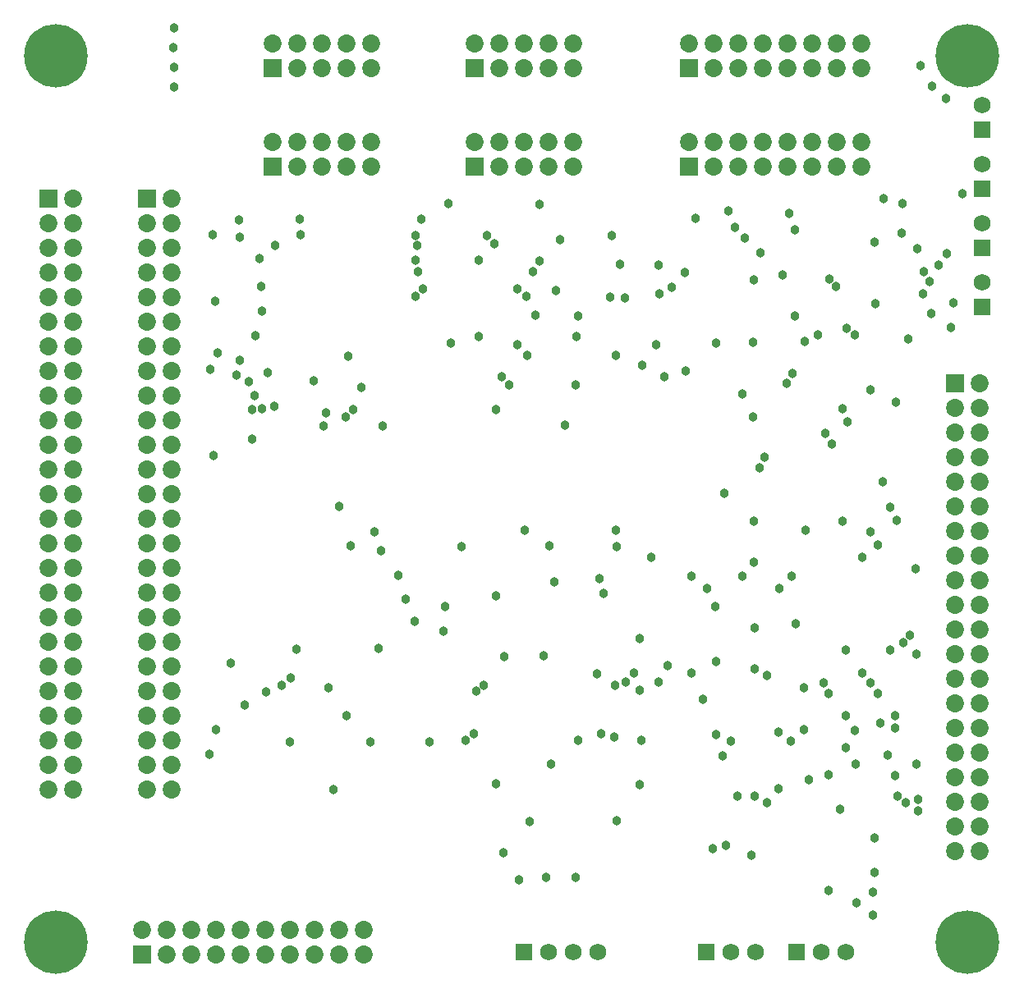
<source format=gbs>
%FSAX24Y24*%
%MOIN*%
G70*
G01*
G75*
G04 Layer_Color=16711935*
%ADD10O,0.0236X0.0866*%
%ADD11R,0.0866X0.0335*%
%ADD12R,0.1800X0.0900*%
%ADD13R,0.0433X0.0394*%
%ADD14R,0.0394X0.0433*%
%ADD15O,0.0177X0.0709*%
%ADD16O,0.0866X0.0236*%
%ADD17R,0.0512X0.0591*%
%ADD18R,0.0650X0.0236*%
%ADD19R,0.0236X0.0650*%
%ADD20R,0.0400X0.0600*%
%ADD21O,0.0709X0.0177*%
%ADD22C,0.0120*%
%ADD23C,0.0080*%
%ADD24C,0.0200*%
%ADD25C,0.0100*%
%ADD26C,0.0250*%
%ADD27C,0.0600*%
%ADD28R,0.0600X0.0600*%
%ADD29R,0.0650X0.0650*%
%ADD30C,0.0650*%
%ADD31R,0.0600X0.0600*%
%ADD32R,0.0650X0.0650*%
%ADD33C,0.2500*%
%ADD34C,0.0300*%
%ADD35C,0.0098*%
%ADD36C,0.0236*%
%ADD37C,0.0079*%
%ADD38C,0.0150*%
%ADD39C,0.0059*%
%ADD40R,0.2500X0.1600*%
%ADD41R,0.0748X0.1614*%
%ADD42R,0.1614X0.0748*%
%ADD43O,0.0316X0.0946*%
%ADD44R,0.0946X0.0415*%
%ADD45R,0.1880X0.0980*%
%ADD46R,0.0513X0.0474*%
%ADD47R,0.0474X0.0513*%
%ADD48O,0.0257X0.0789*%
%ADD49O,0.0946X0.0316*%
%ADD50R,0.0592X0.0671*%
%ADD51R,0.0730X0.0316*%
%ADD52R,0.0316X0.0730*%
%ADD53R,0.0480X0.0680*%
%ADD54O,0.0789X0.0257*%
%ADD55C,0.0680*%
%ADD56R,0.0680X0.0680*%
%ADD57R,0.0730X0.0730*%
%ADD58C,0.0730*%
%ADD59R,0.0680X0.0680*%
%ADD60R,0.0730X0.0730*%
%ADD61C,0.2580*%
%ADD62C,0.0380*%
D55*
X034000Y011620D02*
D03*
X044050Y011600D02*
D03*
X043050D02*
D03*
X040400D02*
D03*
X039400D02*
D03*
X049600Y038800D02*
D03*
X032000Y011620D02*
D03*
X033000D02*
D03*
X049600Y046000D02*
D03*
Y043600D02*
D03*
Y041200D02*
D03*
D56*
X031000Y011620D02*
D03*
X042050Y011600D02*
D03*
X038400D02*
D03*
D57*
X029000Y043500D02*
D03*
Y047500D02*
D03*
X020800Y043500D02*
D03*
Y047500D02*
D03*
X015500Y011500D02*
D03*
X037700Y047500D02*
D03*
Y043500D02*
D03*
D58*
X011700Y028200D02*
D03*
X049500Y027700D02*
D03*
X048500D02*
D03*
X049500Y028700D02*
D03*
X048500D02*
D03*
X049500Y029700D02*
D03*
X048500D02*
D03*
X049500Y030700D02*
D03*
X048500D02*
D03*
X049500Y031700D02*
D03*
X048500D02*
D03*
X049500Y032700D02*
D03*
X048500D02*
D03*
X049500Y033700D02*
D03*
X048500D02*
D03*
X049500Y034700D02*
D03*
X015500Y012500D02*
D03*
X016500Y011500D02*
D03*
Y012500D02*
D03*
X017500Y011500D02*
D03*
Y012500D02*
D03*
X018500Y011500D02*
D03*
Y012500D02*
D03*
X019500Y011500D02*
D03*
Y012500D02*
D03*
X020500Y011500D02*
D03*
X021500D02*
D03*
Y012500D02*
D03*
X022500Y011500D02*
D03*
Y012500D02*
D03*
X023500Y011500D02*
D03*
Y012500D02*
D03*
X024500Y011500D02*
D03*
Y012500D02*
D03*
X012700Y042200D02*
D03*
X011700Y041200D02*
D03*
X012700D02*
D03*
X011700Y040200D02*
D03*
X012700D02*
D03*
X011700Y039200D02*
D03*
X012700D02*
D03*
X011700Y038200D02*
D03*
X012700D02*
D03*
X011700Y037200D02*
D03*
X012700D02*
D03*
X011700Y036200D02*
D03*
X012700D02*
D03*
X011700Y035200D02*
D03*
X012700D02*
D03*
X011700Y034200D02*
D03*
X012700D02*
D03*
X011700Y033200D02*
D03*
X012700D02*
D03*
X011700Y032200D02*
D03*
X012700D02*
D03*
X011700Y031200D02*
D03*
X012700D02*
D03*
X011700Y030200D02*
D03*
X012700D02*
D03*
X011700Y029200D02*
D03*
X012700D02*
D03*
Y028200D02*
D03*
Y027200D02*
D03*
X011700Y026200D02*
D03*
X012700D02*
D03*
X011700Y025200D02*
D03*
X012700D02*
D03*
X011700Y024200D02*
D03*
X012700D02*
D03*
X011700Y023200D02*
D03*
X012700D02*
D03*
X011700Y022200D02*
D03*
X012700D02*
D03*
X011700Y021200D02*
D03*
X012700D02*
D03*
X011700Y020200D02*
D03*
X012700D02*
D03*
X011700Y019200D02*
D03*
X012700D02*
D03*
X011700Y018200D02*
D03*
X012700D02*
D03*
X024800Y044500D02*
D03*
Y043500D02*
D03*
X023800Y044500D02*
D03*
Y043500D02*
D03*
X022800Y044500D02*
D03*
Y043500D02*
D03*
X021800Y044500D02*
D03*
Y043500D02*
D03*
X020800Y044500D02*
D03*
X033000Y044500D02*
D03*
Y043500D02*
D03*
X032000Y044500D02*
D03*
Y043500D02*
D03*
X031000Y044500D02*
D03*
Y043500D02*
D03*
X030000Y044500D02*
D03*
Y043500D02*
D03*
X029000Y044500D02*
D03*
X037700Y048500D02*
D03*
X038700Y047500D02*
D03*
Y048500D02*
D03*
X039700Y047500D02*
D03*
Y048500D02*
D03*
X040700Y047500D02*
D03*
Y048500D02*
D03*
X041700D02*
D03*
X042700D02*
D03*
X043700D02*
D03*
X044700D02*
D03*
X037700Y044500D02*
D03*
X038700Y043500D02*
D03*
Y044500D02*
D03*
X039700D02*
D03*
X040700D02*
D03*
X041700D02*
D03*
X044700D02*
D03*
X042700D02*
D03*
X039700Y043500D02*
D03*
X043700Y044500D02*
D03*
X040700Y043500D02*
D03*
X033000Y048500D02*
D03*
Y047500D02*
D03*
X032000Y048500D02*
D03*
Y047500D02*
D03*
X031000Y048500D02*
D03*
Y047500D02*
D03*
X030000Y048500D02*
D03*
Y047500D02*
D03*
X029000Y048500D02*
D03*
X024800Y048500D02*
D03*
Y047500D02*
D03*
X023800Y048500D02*
D03*
Y047500D02*
D03*
X022800Y048500D02*
D03*
Y047500D02*
D03*
X021800Y048500D02*
D03*
Y047500D02*
D03*
X020800Y048500D02*
D03*
X044700Y047500D02*
D03*
X041700D02*
D03*
X042700D02*
D03*
X043700D02*
D03*
X044700Y043500D02*
D03*
X041700D02*
D03*
X042700D02*
D03*
X043700D02*
D03*
X011700Y027200D02*
D03*
X020500Y012500D02*
D03*
X016700Y018200D02*
D03*
X015700D02*
D03*
X016700Y019200D02*
D03*
X015700D02*
D03*
X016700Y020200D02*
D03*
X015700D02*
D03*
X016700Y021200D02*
D03*
X015700D02*
D03*
X016700Y022200D02*
D03*
X015700D02*
D03*
X016700Y023200D02*
D03*
X015700D02*
D03*
X016700Y024200D02*
D03*
X015700D02*
D03*
X016700Y025200D02*
D03*
X015700D02*
D03*
X016700Y026200D02*
D03*
X015700D02*
D03*
X016700Y027200D02*
D03*
X015700D02*
D03*
X016700Y028200D02*
D03*
X015700D02*
D03*
X016700Y029200D02*
D03*
X015700D02*
D03*
X016700Y030200D02*
D03*
X015700D02*
D03*
X016700Y031200D02*
D03*
X015700D02*
D03*
X016700Y032200D02*
D03*
X015700D02*
D03*
X016700Y033200D02*
D03*
X015700D02*
D03*
X016700Y034200D02*
D03*
X015700D02*
D03*
X016700Y035200D02*
D03*
X015700D02*
D03*
X016700Y036200D02*
D03*
X015700D02*
D03*
X016700Y037200D02*
D03*
X015700D02*
D03*
X016700Y038200D02*
D03*
X015700D02*
D03*
X016700Y039200D02*
D03*
X015700D02*
D03*
X016700Y040200D02*
D03*
X015700D02*
D03*
X016700Y041200D02*
D03*
X015700D02*
D03*
X016700Y042200D02*
D03*
X048500Y020700D02*
D03*
X049500D02*
D03*
X048500Y019700D02*
D03*
X049500D02*
D03*
X048500Y018700D02*
D03*
X049500D02*
D03*
X048500Y017700D02*
D03*
X049500D02*
D03*
X048500Y016700D02*
D03*
X049500D02*
D03*
X048500Y015700D02*
D03*
X049500D02*
D03*
X048500Y026700D02*
D03*
X049500D02*
D03*
X048500Y025700D02*
D03*
X049500D02*
D03*
X048500Y024700D02*
D03*
X049500D02*
D03*
X048500Y023700D02*
D03*
X049500D02*
D03*
X048500Y022700D02*
D03*
X049500D02*
D03*
X048500Y021700D02*
D03*
X049500D02*
D03*
D59*
X049600Y037800D02*
D03*
Y045000D02*
D03*
Y042600D02*
D03*
Y040200D02*
D03*
D60*
X048500Y034700D02*
D03*
X011700Y042200D02*
D03*
X015700D02*
D03*
D61*
X012000Y012000D02*
D03*
X049000D02*
D03*
Y048000D02*
D03*
X012000D02*
D03*
D62*
X048800Y042400D02*
D03*
X045600Y042200D02*
D03*
X034500Y038200D02*
D03*
X035080Y038190D02*
D03*
X032300Y038470D02*
D03*
X030780Y014530D02*
D03*
X031220Y016920D02*
D03*
X041500Y039110D02*
D03*
X036980Y038620D02*
D03*
X037790Y026870D02*
D03*
X041850D02*
D03*
X039850D02*
D03*
X034740Y016940D02*
D03*
X030160Y015640D02*
D03*
X029840Y018450D02*
D03*
X029870Y026090D02*
D03*
X027920Y042020D02*
D03*
X032080Y019260D02*
D03*
X031800Y023630D02*
D03*
X030200Y023620D02*
D03*
X035700Y018420D02*
D03*
X035680Y024340D02*
D03*
X034760Y028080D02*
D03*
X034050Y026790D02*
D03*
X032020Y028100D02*
D03*
X028440Y028080D02*
D03*
X023950Y028100D02*
D03*
X019430Y041330D02*
D03*
X019310Y035030D02*
D03*
X019950Y032430D02*
D03*
X022470Y034820D02*
D03*
X018438Y038048D02*
D03*
X019450Y040650D02*
D03*
X020900Y040300D02*
D03*
X037950Y041400D02*
D03*
X033200Y037450D02*
D03*
X038800Y036350D02*
D03*
X042400Y036400D02*
D03*
X046350Y042000D02*
D03*
X042000Y037450D02*
D03*
X042350Y022350D02*
D03*
X039650Y017950D02*
D03*
X043350Y018800D02*
D03*
X042550Y018600D02*
D03*
X045209Y016241D02*
D03*
Y014859D02*
D03*
X045150Y014050D02*
D03*
Y013100D02*
D03*
X044500Y013600D02*
D03*
X043350Y014100D02*
D03*
X033100Y014660D02*
D03*
X031900D02*
D03*
X023800Y021200D02*
D03*
X025100Y023950D02*
D03*
X027150Y020150D02*
D03*
X024750D02*
D03*
X021500Y020154D02*
D03*
X019100Y023350D02*
D03*
X021750Y023900D02*
D03*
X023050Y022350D02*
D03*
X040310Y029110D02*
D03*
X043920D02*
D03*
X038640Y015810D02*
D03*
X031030Y028750D02*
D03*
X042420D02*
D03*
X034730D02*
D03*
X040300Y036370D02*
D03*
X040325Y027460D02*
D03*
X046890Y027190D02*
D03*
X044410Y036670D02*
D03*
X046600Y036510D02*
D03*
X045050Y034460D02*
D03*
X046970Y040170D02*
D03*
X045230Y040430D02*
D03*
X041760Y041600D02*
D03*
X046335Y040795D02*
D03*
X018260Y035290D02*
D03*
X037550Y035210D02*
D03*
X020600Y035140D02*
D03*
X020870Y033780D02*
D03*
X031440Y037470D02*
D03*
X031620Y039670D02*
D03*
X037530Y039210D02*
D03*
X031630Y041970D02*
D03*
X034570Y040710D02*
D03*
X018220Y019630D02*
D03*
X044060Y019900D02*
D03*
X041320Y018260D02*
D03*
X018480Y020630D02*
D03*
X045460Y020900D02*
D03*
X019650Y021630D02*
D03*
X038250Y021880D02*
D03*
X020510Y022190D02*
D03*
X021170Y022450D02*
D03*
X021510Y022750D02*
D03*
X026560Y025060D02*
D03*
X026200Y025940D02*
D03*
X032220Y026630D02*
D03*
X025900Y026910D02*
D03*
X036140Y027640D02*
D03*
X025200Y027900D02*
D03*
X024910Y028690D02*
D03*
X023490Y029720D02*
D03*
X020320Y038630D02*
D03*
X020350Y037630D02*
D03*
X020080Y036650D02*
D03*
X019450Y035650D02*
D03*
X019960Y033640D02*
D03*
X020360Y033680D02*
D03*
X020060Y034200D02*
D03*
X019830Y034770D02*
D03*
X018550Y035960D02*
D03*
X018400Y031770D02*
D03*
X020270Y039770D02*
D03*
X018370Y040760D02*
D03*
X042930Y036680D02*
D03*
X044410Y020620D02*
D03*
X042340Y020650D02*
D03*
X040330Y038920D02*
D03*
X040590Y040020D02*
D03*
X039570Y041050D02*
D03*
X039280Y041700D02*
D03*
X039390Y020170D02*
D03*
X041830D02*
D03*
X026690Y039230D02*
D03*
X031370Y039250D02*
D03*
X026580Y038230D02*
D03*
X031090D02*
D03*
X026660Y040320D02*
D03*
X021910Y040740D02*
D03*
X026810Y041370D02*
D03*
X021900D02*
D03*
X029150Y036610D02*
D03*
X033120Y036620D02*
D03*
X036350Y036280D02*
D03*
X026580Y040720D02*
D03*
X029500Y040710D02*
D03*
X026900Y038550D02*
D03*
X030710D02*
D03*
Y036270D02*
D03*
X033100Y034660D02*
D03*
X030390D02*
D03*
X036700Y034970D02*
D03*
X030100D02*
D03*
X028630Y020210D02*
D03*
X033190D02*
D03*
X028940Y020480D02*
D03*
X034110D02*
D03*
X029070Y022200D02*
D03*
X035690Y022240D02*
D03*
X029350Y022460D02*
D03*
X034700D02*
D03*
X016780Y049140D02*
D03*
X016760Y048340D02*
D03*
X016780Y047540D02*
D03*
X016800Y046730D02*
D03*
X026580Y039700D02*
D03*
X029160D02*
D03*
X023860Y035800D02*
D03*
X028020Y036360D02*
D03*
X031120Y035840D02*
D03*
X034730Y035850D02*
D03*
X043230Y032670D02*
D03*
X043480Y032230D02*
D03*
X040750Y031700D02*
D03*
X040570Y031290D02*
D03*
X039850Y034290D02*
D03*
X039130Y030230D02*
D03*
X040350Y024790D02*
D03*
X042020Y024950D02*
D03*
X041670Y034710D02*
D03*
X043920Y033680D02*
D03*
X044130Y033160D02*
D03*
X040350Y023110D02*
D03*
X040850Y022830D02*
D03*
X044730Y022960D02*
D03*
Y027660D02*
D03*
X041320Y020550D02*
D03*
X038790Y020450D02*
D03*
X043160Y022550D02*
D03*
X045050D02*
D03*
Y028680D02*
D03*
X043360Y022110D02*
D03*
X045340D02*
D03*
Y028130D02*
D03*
X039040Y019570D02*
D03*
X045760Y019610D02*
D03*
X045570Y030700D02*
D03*
X044070Y023880D02*
D03*
X045860D02*
D03*
Y029670D02*
D03*
X044060Y021210D02*
D03*
X046040D02*
D03*
X046130Y029160D02*
D03*
X040340Y017940D02*
D03*
X046150D02*
D03*
X046390Y024190D02*
D03*
X040840Y017690D02*
D03*
X046490D02*
D03*
X046640Y024480D02*
D03*
X044450Y019240D02*
D03*
X046920Y019260D02*
D03*
X046910Y023710D02*
D03*
X043810Y017400D02*
D03*
X046980Y017810D02*
D03*
X039200Y015950D02*
D03*
X046980Y017330D02*
D03*
X040230Y015530D02*
D03*
X046050Y020700D02*
D03*
Y018790D02*
D03*
X047200Y038330D02*
D03*
X036480D02*
D03*
X047520Y037560D02*
D03*
X047820Y039510D02*
D03*
X036470D02*
D03*
X048150Y039980D02*
D03*
X034880Y039540D02*
D03*
X034670Y020340D02*
D03*
X035750Y020210D02*
D03*
X035460Y022930D02*
D03*
X037800D02*
D03*
X027730Y024650D02*
D03*
X038800Y023400D02*
D03*
X027800Y025630D02*
D03*
X038770D02*
D03*
X038430Y026370D02*
D03*
X041350D02*
D03*
X035110Y022580D02*
D03*
X036470Y022570D02*
D03*
X033940Y022900D02*
D03*
X036830Y023260D02*
D03*
X023270Y018220D02*
D03*
X034210Y026190D02*
D03*
X035800Y035460D02*
D03*
X022860Y032970D02*
D03*
X046090Y033940D02*
D03*
X022940Y033520D02*
D03*
X023750Y033340D02*
D03*
X040290D02*
D03*
X039970Y040610D02*
D03*
X042000Y040960D02*
D03*
X024060Y033650D02*
D03*
X029860D02*
D03*
X029780Y040390D02*
D03*
X032440Y040540D02*
D03*
X025260Y032990D02*
D03*
X032670Y033010D02*
D03*
X024400Y034550D02*
D03*
X041890Y035120D02*
D03*
X043380Y038960D02*
D03*
X047230Y039250D02*
D03*
X043640Y038640D02*
D03*
X047450Y038840D02*
D03*
X047540Y046780D02*
D03*
X045250Y037940D02*
D03*
X048430Y037990D02*
D03*
X047100Y047620D02*
D03*
X044090Y036940D02*
D03*
X048310Y036980D02*
D03*
X048120Y046270D02*
D03*
M02*

</source>
